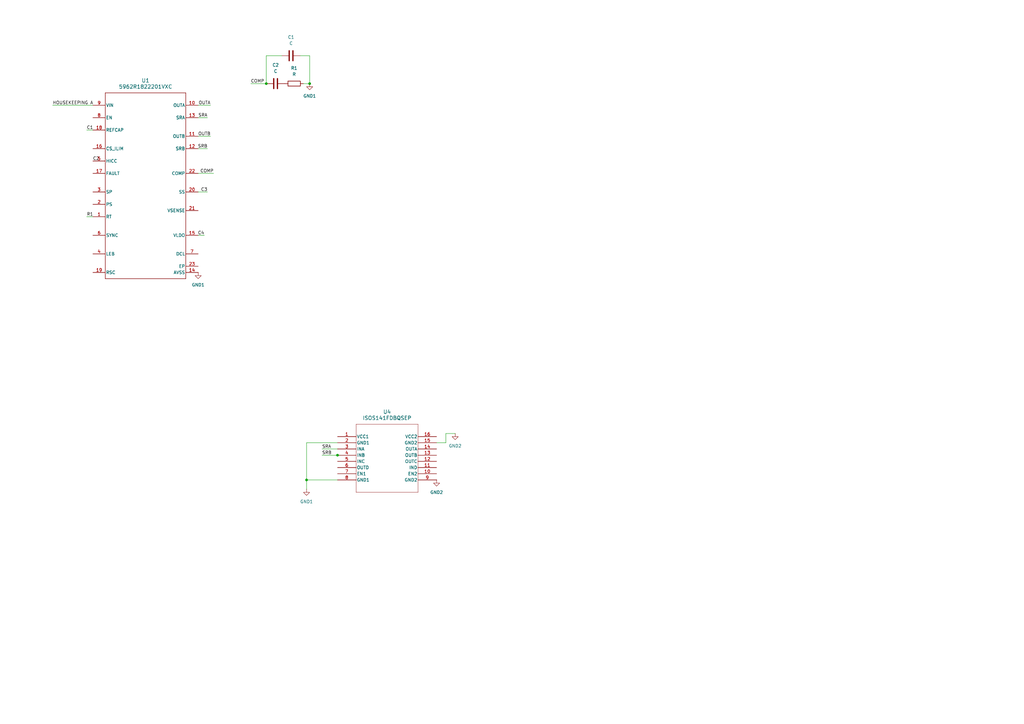
<source format=kicad_sch>
(kicad_sch (version 20250114) (generator "eeschema") (generator_version "9.0")
  (paper "A3")
  (lib_symbols
    (symbol "5962R1822201VXC:5962R1822201VXC" (pin_names (offset 0.254))
      (property "Reference" "U" (at 0 2.54 0))
      (property "Value" "5962R1822201VXC" (at 0 0 0))
      (symbol "5962R1822201VXC_0_1"
        (polyline (pts (xy 5.08 5.08) (xy 5.08 -71.12)) (stroke (width 0.2032)))
        (polyline (pts (xy 5.08 -71.12) (xy 38.1 -71.12)) (stroke (width 0.2032)))
        (polyline (pts (xy 38.1 5.08) (xy 5.08 5.08)) (stroke (width 0.2032)))
        (polyline (pts (xy 38.1 -71.12) (xy 38.1 5.08)) (stroke (width 0.2032)))
        (pin power_in line (at 0 0 0) (length 5.08) (name "VIN") (number "9"))
        (pin input line (at 0 -5.08 0) (length 5.08) (name "EN") (number "8"))
        (pin unspecified line (at 0 -10.16 0) (length 5.08) (name "REFCAP") (number "18"))
        (pin unspecified line (at 0 -17.78 0) (length 5.08) (name "CS_ILIM") (number "16"))
        (pin unspecified line (at 0 -22.86 0) (length 5.08) (name "HICC") (number "5"))
        (pin input line (at 0 -27.94 0) (length 5.08) (name "FAULT") (number "17"))
        (pin unspecified line (at 0 -35.56 0) (length 5.08) (name "SP") (number "3"))
        (pin unspecified line (at 0 -40.64 0) (length 5.08) (name "PS") (number "2"))
        (pin unspecified line (at 0 -45.72 0) (length 5.08) (name "RT") (number "1"))
        (pin input line (at 0 -53.34 0) (length 5.08) (name "SYNC") (number "6"))
        (pin unspecified line (at 0 -60.96 0) (length 5.08) (name "LEB") (number "4"))
        (pin unspecified line (at 0 -68.58 0) (length 5.08) (name "RSC") (number "19"))
        (pin output line (at 43.18 0 180) (length 5.08) (name "OUTA") (number "10"))
        (pin output line (at 43.18 -5.08 180) (length 5.08) (name "SRA") (number "13"))
        (pin output line (at 43.18 -12.7 180) (length 5.08) (name "OUTB") (number "11"))
        (pin output line (at 43.18 -17.78 180) (length 5.08) (name "SRB") (number "12"))
        (pin unspecified line (at 43.18 -27.94 180) (length 5.08) (name "COMP") (number "22"))
        (pin unspecified line (at 43.18 -35.56 180) (length 5.08) (name "SS") (number "20"))
        (pin unspecified line (at 43.18 -43.18 180) (length 5.08) (name "VSENSE") (number "21"))
        (pin unspecified line (at 43.18 -53.34 180) (length 5.08) (name "VLDO") (number "15"))
        (pin unspecified line (at 43.18 -60.96 180) (length 5.08) (name "DCL") (number "7"))
        (pin power_in line (at 43.18 -66.04 180) (length 5.08) (name "EP") (number "23"))
        (pin power_in line (at 43.18 -68.58 180) (length 5.08) (name "AVSS") (number "14"))
      )
    )
    (symbol "Device:C" (pin_numbers (hide yes)) (pin_names (offset 0.254))
      (property "Reference" "C" (at 0.635 2.54 0))
      (property "Value" "C" (at 0.635 -2.54 0))
      (symbol "C_0_1"
        (polyline (pts (xy -2.032 0.762) (xy 2.032 0.762)) (stroke (width 0.508)))
        (polyline (pts (xy -2.032 -0.762) (xy 2.032 -0.762)) (stroke (width 0.508)))
      )
      (symbol "C_1_1"
        (pin passive line (at 0 3.81 270) (length 2.794) (name "~") (number "1"))
        (pin passive line (at 0 -3.81 90) (length 2.794) (name "~") (number "2"))
      )
    )
    (symbol "Device:R" (pin_numbers (hide yes)) (pin_names (offset 0))
      (property "Reference" "R" (at 2.032 0 90))
      (property "Value" "R" (at 0 0 90))
      (symbol "R_0_1"
        (rectangle (start -1.016 -2.54) (end 1.016 2.54) (stroke (width 0.254)))
      )
      (symbol "R_1_1"
        (pin passive line (at 0 3.81 270) (length 1.27) (name "~") (number "1"))
        (pin passive line (at 0 -3.81 90) (length 1.27) (name "~") (number "2"))
      )
    )
    (symbol "ISOS141FDBQSEP:ISOS141FDBQSEP" (pin_names (offset 0.254))
      (property "Reference" "U" (at 20.32 10.16 0))
      (property "Value" "ISOS141FDBQSEP" (at 20.32 7.62 0))
      (symbol "ISOS141FDBQSEP_0_1"
        (polyline (pts (xy 7.62 5.08) (xy 7.62 -22.86)) (stroke (width 0.127)))
        (polyline (pts (xy 7.62 -22.86) (xy 33.02 -22.86)) (stroke (width 0.127)))
        (polyline (pts (xy 33.02 5.08) (xy 7.62 5.08)) (stroke (width 0.127)))
        (polyline (pts (xy 33.02 -22.86) (xy 33.02 5.08)) (stroke (width 0.127)))
        (pin unspecified line (at 0 0 0) (length 7.62) (name "VCC1") (number "1"))
        (pin power_out line (at 0 -2.54 0) (length 7.62) (name "GND1") (number "2"))
        (pin input line (at 0 -5.08 0) (length 7.62) (name "INA") (number "3"))
        (pin input line (at 0 -7.62 0) (length 7.62) (name "INB") (number "4"))
        (pin input line (at 0 -10.16 0) (length 7.62) (name "INC") (number "5"))
        (pin output line (at 0 -12.7 0) (length 7.62) (name "OUTD") (number "6"))
        (pin input line (at 0 -15.24 0) (length 7.62) (name "EN1") (number "7"))
        (pin power_out line (at 0 -17.78 0) (length 7.62) (name "GND1") (number "8"))
        (pin unspecified line (at 40.64 0 180) (length 7.62) (name "VCC2") (number "16"))
        (pin power_out line (at 40.64 -2.54 180) (length 7.62) (name "GND2") (number "15"))
        (pin output line (at 40.64 -5.08 180) (length 7.62) (name "OUTA") (number "14"))
        (pin output line (at 40.64 -7.62 180) (length 7.62) (name "OUTB") (number "13"))
        (pin output line (at 40.64 -10.16 180) (length 7.62) (name "OUTC") (number "12"))
        (pin input line (at 40.64 -12.7 180) (length 7.62) (name "IND") (number "11"))
        (pin input line (at 40.64 -15.24 180) (length 7.62) (name "EN2") (number "10"))
        (pin power_out line (at 40.64 -17.78 180) (length 7.62) (name "GND2") (number "9"))
      )
    )
    (symbol "power:GND1" (power) (pin_numbers (hide yes)) (pin_names (offset 0) (hide yes))
      (property "Value" "GND1" (at 0 -3.81 0))
      (symbol "GND1_0_1"
        (polyline (pts (xy 0 0) (xy 0 -1.27) (xy 1.27 -1.27) (xy 0 -2.54) (xy -1.27 -1.27) (xy 0 -1.27)))
      )
      (symbol "GND1_1_1"
        (pin power_in line (at 0 0 270) (length 0) (name "~") (number "1"))
      )
    )
    (symbol "power:GND2" (power) (pin_numbers (hide yes)) (pin_names (offset 0) (hide yes))
      (property "Value" "GND2" (at 0 -3.81 0))
      (symbol "GND2_0_1"
        (polyline (pts (xy 0 0) (xy 0 -1.27) (xy 1.27 -1.27) (xy 0 -2.54) (xy -1.27 -1.27) (xy 0 -1.27)))
      )
      (symbol "GND2_1_1"
        (pin power_in line (at 0 0 270) (length 0) (name "~") (number "1"))
      )
    )
  )
  (junction (at 109.22 34.29))
  (junction (at 138.43 186.69))
  (junction (at 127 34.29))
  (junction (at 125.73 196.85))
  (wire (pts (xy 139.7 186.69) (xy 138.43 186.69)))
  (wire (pts (xy 125.73 196.85) (xy 125.73 181.61)))
  (wire (pts (xy 35.56 53.34) (xy 38.1 53.34)))
  (wire (pts (xy 83.82 96.52) (xy 81.28 96.52)))
  (wire (pts (xy 127 22.86) (xy 127 34.29)))
  (wire (pts (xy 186.69 177.8) (xy 182.88 177.8)))
  (wire (pts (xy 109.22 22.86) (xy 109.22 34.29)))
  (wire (pts (xy 125.73 196.85) (xy 138.43 196.85)))
  (wire (pts (xy 35.56 88.9) (xy 38.1 88.9)))
  (wire (pts (xy 125.73 200.66) (xy 125.73 196.85)))
  (wire (pts (xy 125.73 181.61) (xy 138.43 181.61)))
  (wire (pts (xy 138.43 186.69) (xy 132.08 186.69)))
  (wire (pts (xy 182.88 177.8) (xy 182.88 181.61)))
  (wire (pts (xy 86.36 43.18) (xy 81.28 43.18)))
  (wire (pts (xy 21.59 43.18) (xy 38.1 43.18)))
  (wire (pts (xy 115.57 22.86) (xy 109.22 22.86)))
  (wire (pts (xy 85.09 78.74) (xy 81.28 78.74)))
  (wire (pts (xy 138.43 184.15) (xy 132.08 184.15)))
  (wire (pts (xy 87.63 71.12) (xy 81.28 71.12)))
  (wire (pts (xy 86.36 55.88) (xy 81.28 55.88)))
  (wire (pts (xy 109.22 34.29) (xy 102.87 34.29)))
  (wire (pts (xy 85.09 48.26) (xy 81.28 48.26)))
  (wire (pts (xy 85.09 60.96) (xy 81.28 60.96)))
  (wire (pts (xy 124.46 34.29) (xy 127 34.29)))
  (wire (pts (xy 182.88 181.61) (xy 179.07 181.61)))
  (wire (pts (xy 123.19 22.86) (xy 127 22.86)))
  (label "SRA" (at 85.09 48.26 180))
  (label "SRB" (at 132.08 186.69 0))
  (label "C2" (at 38.1 66.04 0))
  (label "OUTB" (at 86.36 55.88 180))
  (label "COMP" (at 102.87 34.29 0))
  (label "COMP" (at 87.63 71.12 180))
  (label "R1" (at 35.56 88.9 0))
  (label "SRA" (at 132.08 184.15 0))
  (label "C1" (at 35.56 53.34 0))
  (label "OUTA" (at 86.36 43.18 180))
  (label "HOUSEKEEPING A" (at 21.59 43.18 0))
  (label "C3" (at 85.09 78.74 180))
  (label "C4" (at 83.82 96.52 180))
  (label "SRB" (at 85.09 60.96 180))
  (symbol (lib_id "Device:C") (at 119.38 22.86 90) (unit 1)
    (property "Reference" "C1" (at 119.38 15.24 90))
    (property "Value" "C" (at 119.38 17.78 90))
    (property "Description" "Unpolarized capacitor" (effects (hide yes)))
  )
  (symbol (lib_id "power:GND1") (at 81.28 111.76 0) (unit 1)
    (property "Reference" "#PWR015" (effects (hide yes)))
    (property "Value" "GND1" (at 81.28 116.84 0))
    (property "Description" "Power symbol creates a global label with name \"GND1\" , ground" (effects (hide yes)))
  )
  (symbol (lib_id "Device:C") (at 113.03 34.29 90) (unit 1)
    (property "Reference" "C2" (at 113.03 26.67 90))
    (property "Value" "C" (at 113.03 29.21 90))
    (property "Description" "Unpolarized capacitor" (effects (hide yes)))
  )
  (symbol (lib_id "power:GND2") (at 186.69 177.8 0) (unit 1)
    (property "Reference" "#PWR06" (effects (hide yes)))
    (property "Value" "GND2" (at 186.69 182.88 0))
    (property "Description" "Power symbol creates a global label with name \"GND2\" , ground" (effects (hide yes)))
  )
  (symbol (lib_id "5962R1822201VXC:5962R1822201VXC") (at 38.1 43.18 0) (unit 1)
    (property "Reference" "U1" (at 59.69 33.02 0) (effects (font (size 1.524 1.524))))
    (property "Value" "5962R1822201VXC" (at 59.69 35.56 0) (effects (font (size 1.524 1.524))))
    (property "Footprint" "HFT0022A-C01-MFG" (effects (hide yes)))
    (property "Datasheet" "https://www.ti.com/lit/gpn/tps7h5001-sp" (effects (hide yes)))
  )
  (symbol (lib_id "Device:R") (at 120.65 34.29 90) (unit 1)
    (property "Reference" "R1" (at 120.65 27.94 90))
    (property "Value" "R" (at 120.65 30.48 90))
    (property "Description" "Resistor" (effects (hide yes)))
  )
  (symbol (lib_id "ISOS141FDBQSEP:ISOS141FDBQSEP") (at 138.43 179.07 0) (unit 1)
    (property "Reference" "U4" (at 158.75 168.91 0) (effects (font (size 1.524 1.524))))
    (property "Value" "ISOS141FDBQSEP" (at 158.75 171.45 0) (effects (font (size 1.524 1.524))))
    (property "Footprint" "SSOP16_DBQ_TEX" (effects (hide yes)))
    (property "Datasheet" "https://www.ti.com/lit/gpn/isos141-sep" (effects (hide yes)))
  )
  (symbol (lib_id "power:GND1") (at 125.73 200.66 0) (unit 1)
    (property "Reference" "#PWR07" (effects (hide yes)))
    (property "Value" "GND1" (at 125.73 205.74 0))
    (property "Description" "Power symbol creates a global label with name \"GND1\" , ground" (effects (hide yes)))
  )
  (symbol (lib_id "power:GND1") (at 127 34.29 0) (unit 1)
    (property "Reference" "#PWR016" (effects (hide yes)))
    (property "Value" "GND1" (at 127 39.37 0))
    (property "Description" "Power symbol creates a global label with name \"GND1\" , ground" (effects (hide yes)))
  )
  (symbol (lib_id "power:GND2") (at 179.07 196.85 0) (unit 1)
    (property "Reference" "#PWR017" (effects (hide yes)))
    (property "Value" "GND2" (at 179.07 201.93 0))
    (property "Description" "Power symbol creates a global label with name \"GND2\" , ground" (effects (hide yes)))
  )
)
</source>
